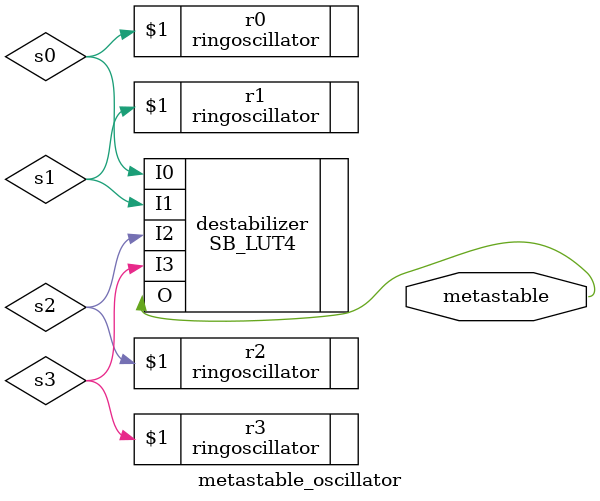
<source format=v>

module metastable_oscillator(output wire metastable);

	wire s0, s1, s2, s3;

	ringoscillator r0(s0);
	ringoscillator r1(s1);
	ringoscillator r2(s2);
	ringoscillator r3(s3);

	SB_LUT4 #(.LUT_INIT(16'b1010_1100_1110_0001))
		destabilizer (.O(metastable), .I0(s0), .I1(s1), .I2(s2), .I3(s3));

endmodule


</source>
